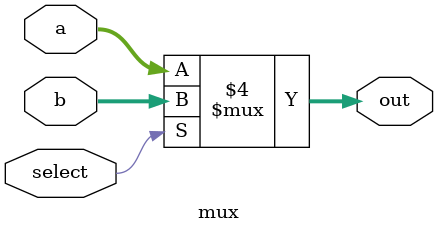
<source format=v>
module mux(
		input [7:0] a,
		input [7:0] b,
		input select,
		
		output reg [7:0] out
	);
	
	always @ (select, a, b) begin
		if (select == 1) out = b;
		else out = a;
	end
endmodule

</source>
